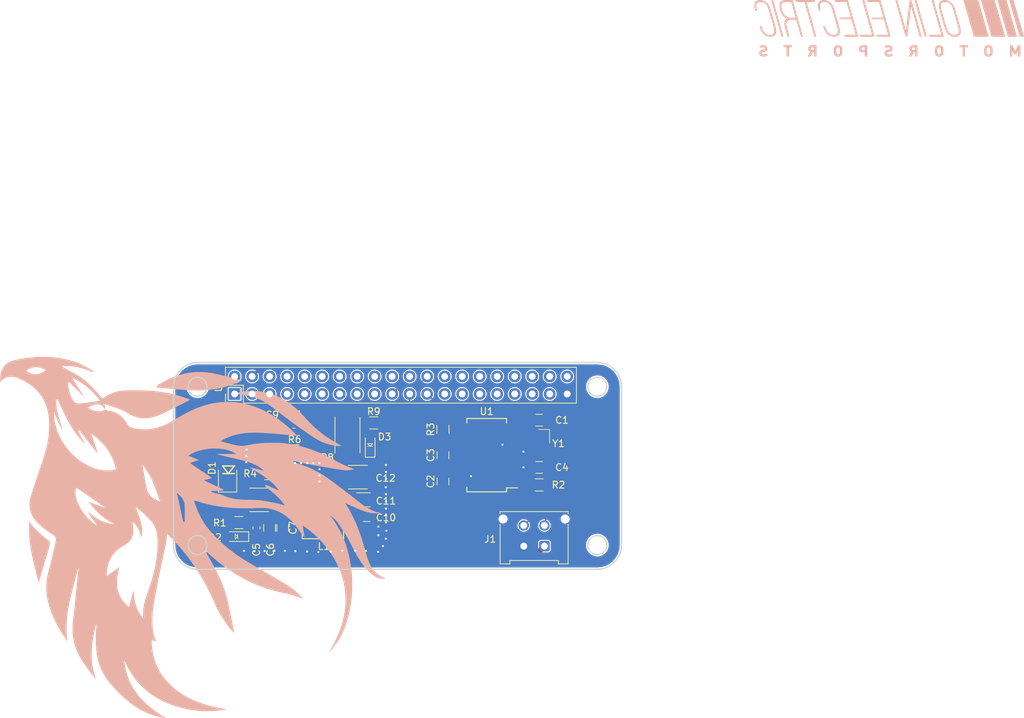
<source format=kicad_pcb>
(kicad_pcb (version 20171130) (host pcbnew 5.1.4-e60b266~84~ubuntu16.04.1)
  (layers (0 F.Cu signal) (31 B.Cu signal) (34 B.Paste user) (35 F.Paste user) (36 B.SilkS user hide) (37 F.SilkS user) (38 B.Mask user) (39 F.Mask user hide) (44 Edge.Cuts user))
  (net 0 "")
  (net 1 GND)
  (net 2 /12V)
  (net 3 VCC)
  (net 4 "Net-(U1-Pad2)")
  (net 5 "Net-(U1-Pad5)")
  (net 6 "Net-(U1-Pad6)")
  (net 7 "Net-(U1-Pad7)")
  (net 8 "Net-(C4-Pad1)")
  (net 9 "Net-(C1-Pad1)")
  (net 10 "Net-(U1-Pad11)")
  (net 11 "Net-(U1-Pad12)")
  (net 12 "Net-(U1-Pad13)")
  (net 13 /SCK)
  (net 14 /MOSI)
  (net 15 /MISO)
  (net 16 /~CS~)
  (net 17 "Net-(R3-Pad1)")
  (net 18 "Net-(U1-Pad20)")
  (net 19 "Net-(U1-Pad21)")
  (net 20 "Net-(U1-Pad22)")
  (net 21 "Net-(U1-Pad23)")
  (net 22 "Net-(U1-Pad25)")
  (net 23 /CANL)
  (net 24 /CANH)
  (net 25 "Net-(U2-Pad1)")
  (net 26 "Net-(U2-Pad2)")
  (net 27 "Net-(U2-Pad3)")
  (net 28 "Net-(U2-Pad5)")
  (net 29 "Net-(U2-Pad6)")
  (net 30 "Net-(U2-Pad7)")
  (net 31 "Net-(U2-Pad8)")
  (net 32 "Net-(U2-Pad9)")
  (net 33 "Net-(U2-Pad10)")
  (net 34 "Net-(U2-Pad11)")
  (net 35 "Net-(U2-Pad12)")
  (net 36 "Net-(U2-Pad13)")
  (net 37 "Net-(U2-Pad14)")
  (net 38 "Net-(U2-Pad15)")
  (net 39 "Net-(U2-Pad16)")
  (net 40 "Net-(U2-Pad17)")
  (net 41 "Net-(U2-Pad18)")
  (net 42 "Net-(U2-Pad20)")
  (net 43 "Net-(U2-Pad22)")
  (net 44 "Net-(U2-Pad25)")
  (net 45 "Net-(U2-Pad26)")
  (net 46 "Net-(U2-Pad27)")
  (net 47 "Net-(U2-Pad28)")
  (net 48 "Net-(U2-Pad29)")
  (net 49 "Net-(U2-Pad30)")
  (net 50 "Net-(U2-Pad31)")
  (net 51 "Net-(U2-Pad32)")
  (net 52 "Net-(U2-Pad33)")
  (net 53 "Net-(U2-Pad34)")
  (net 54 "Net-(U2-Pad35)")
  (net 55 "Net-(U2-Pad36)")
  (net 56 "Net-(U2-Pad37)")
  (net 57 "Net-(U2-Pad38)")
  (net 58 "Net-(U2-Pad40)")
  (net 59 "Net-(C5-Pad1)")
  (net 60 "Net-(C8-Pad1)")
  (net 61 "Net-(C8-Pad2)")
  (net 62 "Net-(C9-Pad2)")
  (net 63 "Net-(C9-Pad1)")
  (net 64 "Net-(C10-Pad1)")
  (net 65 "Net-(D2-Pad2)")
  (net 66 "Net-(D3-Pad2)")
  (net 67 "Net-(R5-Pad1)")
  (module footprints:C_0603_1608Metric (layer F.Cu) (at 138.2903 87.2617)
    (fp_text reference C9 (at 0 -1.43) (layer F.SilkS))
    (fp_text value C_100nF)
    (pad 2 smd roundrect (at 0.7875 0) (size 0.875 0.95) (layers F.Cu F.Paste F.Mask) (net 62 "Net-(C9-Pad2)"))
    (pad 1 smd roundrect (at -0.7875 0) (size 0.875 0.95) (layers F.Cu F.Paste F.Mask) (net 63 "Net-(C9-Pad1)"))
  )
  (module footprints:Fuse_1812_4532Metric (layer F.Cu) (at 136.4068 98.1837)
    (fp_text reference F1 (at 3.8569 -1.3208 -180) (layer F.SilkS))
    (fp_text value F_2.6A_16V)
    (pad 1 smd roundrect (at -2.1375 0) (size 1.125 3.4) (layers F.Cu F.Paste F.Mask) (roundrect_rratio 0.222222) (net 2 /12V))
    (pad 2 smd roundrect (at 2.1375 0) (size 1.125 3.4) (layers F.Cu F.Paste F.Mask) (roundrect_rratio 0.222222) (net 59 "Net-(C5-Pad1)"))
  )
  (module footprints:C_1812_4532Metric (layer F.Cu) (at 150.7363 94.8817)
    (fp_text reference C12 (at 4.0132 0.1524) (layer F.SilkS))
    (fp_text value C_33uF)
    (pad 1 smd roundrect (at -2.1375 0) (size 1.125 3.4) (layers F.Cu F.Paste F.Mask) (roundrect_rratio 0.222222) (net 64 "Net-(C10-Pad1)"))
    (pad 2 smd roundrect (at 2.1375 0) (size 1.125 3.4) (layers F.Cu F.Paste F.Mask) (roundrect_rratio 0.222222) (net 1 GND))
  )
  (module footprints:LED_0805_OEM (layer F.Cu) (at 152.5016 90.1827 90)
    (fp_text reference D3 (at 1.1557 2.1082 180) (layer F.SilkS))
    (fp_text value LED_0805 hide)
    (pad 1 smd rect (at -1.1 0 270) (size 1.2 1.2) (layers F.Cu F.Paste F.Mask) (net 1 GND))
    (pad 2 smd rect (at 1.1 0 270) (size 1.2 1.2) (layers F.Cu F.Paste F.Mask) (net 66 "Net-(D3-Pad2)"))
  )
  (module footprints:C_1206_OEM (layer F.Cu) (at 151.5223 98.1837)
    (fp_text reference C11 (at 3.278 0.1651) (layer F.SilkS))
    (fp_text value C_22uF hide)
    (pad 2 smd rect (at 1.5 0) (size 1 1.6) (layers F.Cu F.Paste F.Mask) (net 1 GND))
    (pad 1 smd rect (at -1.5 0) (size 1 1.6) (layers F.Cu F.Paste F.Mask) (net 64 "Net-(C10-Pad1)"))
  )
  (module footprints:C_0805_OEM (layer F.Cu) (at 152.0063 100.4697)
    (fp_text reference C10 (at 2.794 0.2921) (layer F.SilkS))
    (fp_text value C_10uF hide)
    (pad 1 smd rect (at -1 0) (size 1 1.25) (layers F.Cu F.Paste F.Mask) (net 64 "Net-(C10-Pad1)"))
    (pad 2 smd rect (at 1 0) (size 1 1.25) (layers F.Cu F.Paste F.Mask) (net 1 GND))
  )
  (module footprints:C_0805_OEM (layer F.Cu) (at 139.8143 102.2477 270)
    (fp_text reference C7 (at 0 -1.5 90) (layer F.SilkS))
    (fp_text value C_10uF_25V hide)
    (pad 2 smd rect (at 1 0 270) (size 1 1.25) (layers F.Cu F.Paste F.Mask) (net 1 GND))
    (pad 1 smd rect (at -1 0 270) (size 1 1.25) (layers F.Cu F.Paste F.Mask) (net 59 "Net-(C5-Pad1)"))
  )
  (module footprints:C_0805_OEM (layer F.Cu) (at 137.9093 102.2477 270)
    (fp_text reference C6 (at 3.175 -0.127 90) (layer F.SilkS))
    (fp_text value C_10uF_25V hide)
    (pad 2 smd rect (at 1 0 270) (size 1 1.25) (layers F.Cu F.Paste F.Mask) (net 1 GND))
    (pad 1 smd rect (at -1 0 270) (size 1 1.25) (layers F.Cu F.Paste F.Mask) (net 59 "Net-(C5-Pad1)"))
  )
  (module footprints:C_0603_1608Metric (layer F.Cu) (at 143.1163 95.8977 90)
    (fp_text reference C8 (at -0.8255 1.7907 180) (layer F.SilkS))
    (fp_text value C_0.1uF_0603)
    (pad 2 smd roundrect (at 0.7875 0 90) (size 0.875 0.95) (layers F.Cu F.Paste F.Mask) (net 61 "Net-(C8-Pad2)"))
    (pad 1 smd roundrect (at -0.7875 0 90) (size 0.875 0.95) (layers F.Cu F.Paste F.Mask) (net 60 "Net-(C8-Pad1)"))
  )
  (module footprints:IHLP2020BZER4R7M11 (layer F.Cu) (at 145.6563 100.9777 180)
    (fp_text reference L1 (at -0.127 -3.9624) (layer F.SilkS))
    (fp_text value L_4.7uH_3.2A hide)
    (fp_text user * (at 0 0) (layer F.SilkS))
    (pad 1 smd rect (at -2.032 0 270) (size 2.6924 1.9812) (layers F.Cu F.Paste F.Mask) (net 64 "Net-(C10-Pad1)"))
    (pad 2 smd rect (at 2.032 0 270) (size 2.6924 1.9812) (layers F.Cu F.Paste F.Mask) (net 60 "Net-(C8-Pad1)"))
  )
  (module footprints:DO-214AA (layer F.Cu) (at 131.8133 93.8657 90)
    (fp_text reference D1 (at 0.3 -2.25 90) (layer F.SilkS))
    (fp_text value D_Zener_18V hide)
    (pad 2 smd rect (at 2.032 0 270) (size 1.778 2.159) (layers F.Cu F.Paste F.Mask) (net 1 GND))
    (pad 1 smd rect (at -2.032 0 270) (size 1.778 2.159) (layers F.Cu F.Paste F.Mask) (net 2 /12V))
  )
  (module footprints:R_0603_1608Metric (layer F.Cu) (at 141.4398 87.2617)
    (fp_text reference R7 (at 0 -1.43) (layer F.SilkS))
    (fp_text value R_1)
    (pad 1 smd roundrect (at -0.7875 0) (size 0.875 0.95) (layers F.Cu F.Paste F.Mask) (net 62 "Net-(C9-Pad2)"))
    (pad 2 smd roundrect (at 0.7875 0) (size 0.875 0.95) (layers F.Cu F.Paste F.Mask) (net 64 "Net-(C10-Pad1)"))
  )
  (module footprints:R_2512_OEM (layer F.Cu) (at 149.2123 88.7857 270)
    (fp_text reference R8 (at 3.2512 2.9337 180) (layer F.SilkS))
    (fp_text value R_0_2512 hide)
    (pad 1 smd rect (at -3.1 0 270) (size 1 3.2) (layers F.Cu F.Paste F.Mask) (net 3 VCC))
    (pad 2 smd rect (at 3.1 0 270) (size 1 3.2) (layers F.Cu F.Paste F.Mask) (net 64 "Net-(C10-Pad1)"))
  )
  (module footprints:SOT-563 (layer F.Cu) (at 141.0843 95.9739 270)
    (fp_text reference U3 (at -1.9431 0.0127 180) (layer F.SilkS))
    (fp_text value TPS563231)
    (pad 1 smd rect (at -0.75 -0.5 270) (size 0.7 0.2) (layers F.Cu F.Paste F.Mask) (net 61 "Net-(C8-Pad2)"))
    (pad 3 smd rect (at -0.75 0.5 270) (size 0.7 0.2) (layers F.Cu F.Paste F.Mask) (net 63 "Net-(C9-Pad1)"))
    (pad 6 smd rect (at 0.75 -0.5 270) (size 0.7 0.2) (layers F.Cu F.Paste F.Mask) (net 60 "Net-(C8-Pad1)"))
    (pad 2 smd rect (at -0.75 0 270) (size 0.7 0.2) (layers F.Cu F.Paste F.Mask) (net 1 GND))
    (pad 4 smd rect (at 0.75 0.5 270) (size 0.7 0.2) (layers F.Cu F.Paste F.Mask) (net 59 "Net-(C5-Pad1)"))
    (pad 5 smd rect (at 0.75 0 270) (size 0.7 0.2) (layers F.Cu F.Paste F.Mask) (net 59 "Net-(C5-Pad1)"))
  )
  (module footprints:LED_0805_OEM (layer F.Cu) (at 133.0833 103.5177 180)
    (fp_text reference D2 (at 3.0861 -0.127) (layer F.SilkS))
    (fp_text value LED_0805 hide)
    (pad 2 smd rect (at 1.1 0) (size 1.2 1.2) (layers F.Cu F.Paste F.Mask) (net 65 "Net-(D2-Pad2)"))
    (pad 1 smd rect (at -1.1 0) (size 1.2 1.2) (layers F.Cu F.Paste F.Mask) (net 1 GND))
  )
  (module footprints:R_0805_OEM (layer F.Cu) (at 153.0223 87.0077)
    (fp_text reference R9 (at 0 -1.65) (layer F.SilkS))
    (fp_text value R_200 hide)
    (pad 2 smd rect (at 0.95 0) (size 0.7 1.3) (layers F.Cu F.Paste F.Mask) (net 66 "Net-(D3-Pad2)"))
    (pad 1 smd rect (at -0.95 0) (size 0.7 1.3) (layers F.Cu F.Paste F.Mask) (net 3 VCC))
  )
  (module footprints:C_0603_1608Metric (layer F.Cu) (at 136.0043 102.2477 270)
    (fp_text reference C5 (at 3.175 0 90) (layer F.SilkS))
    (fp_text value C_0.1uF)
    (pad 1 smd roundrect (at -0.7875 0 270) (size 0.875 0.95) (layers F.Cu F.Paste F.Mask) (net 59 "Net-(C5-Pad1)"))
    (pad 2 smd roundrect (at 0.7875 0 270) (size 0.875 0.95) (layers F.Cu F.Paste F.Mask) (net 1 GND))
  )
  (module footprints:R_0805_OEM (layer F.Cu) (at 133.4643 101.4857 180)
    (fp_text reference R1 (at 2.7686 -0.0508) (layer F.SilkS))
    (fp_text value R_1K hide)
    (pad 2 smd rect (at 0.95 0 180) (size 0.7 1.3) (layers F.Cu F.Paste F.Mask) (net 65 "Net-(D2-Pad2)"))
    (pad 1 smd rect (at -0.95 0 180) (size 0.7 1.3) (layers F.Cu F.Paste F.Mask) (net 59 "Net-(C5-Pad1)"))
  )
  (module footprints:R_0805_OEM (layer F.Cu) (at 138.684 91.6178 270)
    (fp_text reference R5 (at 0.8255 2.0701 180) (layer F.SilkS))
    (fp_text value R_51.1K hide)
    (pad 2 smd rect (at 0.95 0 270) (size 0.7 1.3) (layers F.Cu F.Paste F.Mask) (net 63 "Net-(C9-Pad1)"))
    (pad 1 smd rect (at -0.95 0 270) (size 0.7 1.3) (layers F.Cu F.Paste F.Mask) (net 67 "Net-(R5-Pad1)"))
  )
  (module footprints:R_0805_OEM (layer F.Cu) (at 141.5923 91.0717 180)
    (fp_text reference R6 (at 0.0381 1.6637) (layer F.SilkS))
    (fp_text value R_22K hide)
    (pad 1 smd rect (at -0.95 0 180) (size 0.7 1.3) (layers F.Cu F.Paste F.Mask) (net 64 "Net-(C10-Pad1)"))
    (pad 2 smd rect (at 0.95 0 180) (size 0.7 1.3) (layers F.Cu F.Paste F.Mask) (net 67 "Net-(R5-Pad1)"))
  )
  (module footprints:R_0805_OEM (layer F.Cu) (at 137.7823 94.3737 180)
    (fp_text reference R4 (at 2.6924 0) (layer F.SilkS))
    (fp_text value R_10K hide)
    (pad 2 smd rect (at 0.95 0 180) (size 0.7 1.3) (layers F.Cu F.Paste F.Mask) (net 1 GND))
    (pad 1 smd rect (at -0.95 0 180) (size 0.7 1.3) (layers F.Cu F.Paste F.Mask) (net 63 "Net-(C9-Pad1)"))
  )
  (module footprints:C_0805_OEM (layer F.Cu) (at 177.038 93.472 180)
    (fp_text reference C4 (at -3.302 0 180) (layer F.SilkS))
    (fp_text value C_30pF hide)
    (pad 1 smd rect (at -1 0 180) (size 1 1.25) (layers F.Cu F.Paste F.Mask) (net 8 "Net-(C4-Pad1)"))
    (pad 2 smd rect (at 1 0 180) (size 1 1.25) (layers F.Cu F.Paste F.Mask) (net 1 GND))
  )
  (module footprints:MicroFit_VT_4 (layer F.Cu) (at 177.8 104.902 180)
    (fp_text reference J1 (at 7.874 1.016 180) (layer F.SilkS))
    (fp_text value MicroFit_VT_4)
    (pad "" np_thru_hole circle (at -3 3.94 180) (size 1 1) (drill 1) (layers *.Cu *.Mask))
    (pad "" np_thru_hole circle (at 6 3.94 180) (size 1 1) (drill 1) (layers *.Cu *.Mask))
    (pad 1 thru_hole roundrect (at 0 0 180) (size 1.5 1.5) (drill 1) (layers *.Cu *.Mask) (roundrect_rratio 0.166667) (net 2 /12V))
    (pad 2 thru_hole circle (at 3 0 180) (size 1.5 1.5) (drill 1) (layers *.Cu *.Mask) (net 1 GND))
    (pad 3 thru_hole circle (at 0 3 180) (size 1.5 1.5) (drill 1) (layers *.Cu *.Mask) (net 24 /CANH))
    (pad 4 thru_hole circle (at 3 3 180) (size 1.5 1.5) (drill 1) (layers *.Cu *.Mask) (net 23 /CANL))
  )
  (module footprints:Logo_Large (layer B.Cu) (at 227.838 29.718 180)
    (fp_text reference G*** hide)
    (fp_text value LOGO hide)
  )
  (module footprints:phoenix (layer B.Cu) (at 126.746 103.632 180)
    (fp_text reference G*** hide)
    (fp_text value LOGO hide)
  )
  (module Package_SO:SSOP-28_5.3x10.2mm_P0.65mm (layer F.Cu) (at 169.418 91.694 180)
    (fp_text reference U1 (at 0 6.35) (layer F.SilkS))
    (fp_text value MCP25625-x-SS)
    (pad 1 smd rect (at -3.6 -4.225 180) (size 1.75 0.45) (layers F.Cu F.Paste F.Mask) (net 3 VCC))
    (pad 2 smd rect (at -3.6 -3.575 180) (size 1.75 0.45) (layers F.Cu F.Paste F.Mask) (net 4 "Net-(U1-Pad2)"))
    (pad 3 smd rect (at -3.6 -2.925 180) (size 1.75 0.45) (layers F.Cu F.Paste F.Mask) (net 23 /CANL))
    (pad 4 smd rect (at -3.6 -2.275 180) (size 1.75 0.45) (layers F.Cu F.Paste F.Mask) (net 24 /CANH))
    (pad 5 smd rect (at -3.6 -1.625 180) (size 1.75 0.45) (layers F.Cu F.Paste F.Mask) (net 5 "Net-(U1-Pad5)"))
    (pad 6 smd rect (at -3.6 -0.975 180) (size 1.75 0.45) (layers F.Cu F.Paste F.Mask) (net 6 "Net-(U1-Pad6)"))
    (pad 7 smd rect (at -3.6 -0.325 180) (size 1.75 0.45) (layers F.Cu F.Paste F.Mask) (net 7 "Net-(U1-Pad7)"))
    (pad 8 smd rect (at -3.6 0.325 180) (size 1.75 0.45) (layers F.Cu F.Paste F.Mask) (net 8 "Net-(C4-Pad1)"))
    (pad 9 smd rect (at -3.6 0.975 180) (size 1.75 0.45) (layers F.Cu F.Paste F.Mask) (net 9 "Net-(C1-Pad1)"))
    (pad 10 smd rect (at -3.6 1.625 180) (size 1.75 0.45) (layers F.Cu F.Paste F.Mask) (net 1 GND))
    (pad 11 smd rect (at -3.6 2.275 180) (size 1.75 0.45) (layers F.Cu F.Paste F.Mask) (net 10 "Net-(U1-Pad11)"))
    (pad 12 smd rect (at -3.6 2.925 180) (size 1.75 0.45) (layers F.Cu F.Paste F.Mask) (net 11 "Net-(U1-Pad12)"))
    (pad 13 smd rect (at -3.6 3.575 180) (size 1.75 0.45) (layers F.Cu F.Paste F.Mask) (net 12 "Net-(U1-Pad13)"))
    (pad 14 smd rect (at -3.6 4.225 180) (size 1.75 0.45) (layers F.Cu F.Paste F.Mask) (net 13 /SCK))
    (pad 15 smd rect (at 3.6 4.225 180) (size 1.75 0.45) (layers F.Cu F.Paste F.Mask) (net 14 /MOSI))
    (pad 16 smd rect (at 3.6 3.575 180) (size 1.75 0.45) (layers F.Cu F.Paste F.Mask) (net 15 /MISO))
    (pad 17 smd rect (at 3.6 2.925 180) (size 1.75 0.45) (layers F.Cu F.Paste F.Mask) (net 16 /~CS~))
    (pad 18 smd rect (at 3.6 2.275 180) (size 1.75 0.45) (layers F.Cu F.Paste F.Mask) (net 17 "Net-(R3-Pad1)"))
    (pad 19 smd rect (at 3.6 1.625 180) (size 1.75 0.45) (layers F.Cu F.Paste F.Mask) (net 3 VCC))
    (pad 20 smd rect (at 3.6 0.975 180) (size 1.75 0.45) (layers F.Cu F.Paste F.Mask) (net 18 "Net-(U1-Pad20)"))
    (pad 21 smd rect (at 3.6 0.325 180) (size 1.75 0.45) (layers F.Cu F.Paste F.Mask) (net 19 "Net-(U1-Pad21)"))
    (pad 22 smd rect (at 3.6 -0.325 180) (size 1.75 0.45) (layers F.Cu F.Paste F.Mask) (net 20 "Net-(U1-Pad22)"))
    (pad 23 smd rect (at 3.6 -0.975 180) (size 1.75 0.45) (layers F.Cu F.Paste F.Mask) (net 21 "Net-(U1-Pad23)"))
    (pad 24 smd rect (at 3.6 -1.625 180) (size 1.75 0.45) (layers F.Cu F.Paste F.Mask) (net 18 "Net-(U1-Pad20)"))
    (pad 25 smd rect (at 3.6 -2.275 180) (size 1.75 0.45) (layers F.Cu F.Paste F.Mask) (net 22 "Net-(U1-Pad25)"))
    (pad 26 smd rect (at 3.6 -2.925 180) (size 1.75 0.45) (layers F.Cu F.Paste F.Mask) (net 1 GND))
    (pad 27 smd rect (at 3.6 -3.575 180) (size 1.75 0.45) (layers F.Cu F.Paste F.Mask) (net 3 VCC))
    (pad 28 smd rect (at 3.6 -4.225 180) (size 1.75 0.45) (layers F.Cu F.Paste F.Mask) (net 19 "Net-(U1-Pad21)"))
  )
  (module footprints:C_0805_OEM (layer F.Cu) (at 177.022 86.614)
    (fp_text reference C1 (at 3.318 0 180) (layer F.SilkS))
    (fp_text value C_30pF hide)
    (pad 2 smd rect (at 1 0) (size 1 1.25) (layers F.Cu F.Paste F.Mask) (net 1 GND))
    (pad 1 smd rect (at -1 0) (size 1 1.25) (layers F.Cu F.Paste F.Mask) (net 9 "Net-(C1-Pad1)"))
  )
  (module footprints:C_0805_OEM (layer F.Cu) (at 163.068 95.52 90)
    (fp_text reference C2 (at 0.016 -1.778 90) (layer F.SilkS))
    (fp_text value C_0.1uF hide)
    (pad 1 smd rect (at -1 0 90) (size 1 1.25) (layers F.Cu F.Paste F.Mask) (net 3 VCC))
    (pad 2 smd rect (at 1 0 90) (size 1 1.25) (layers F.Cu F.Paste F.Mask) (net 1 GND))
  )
  (module footprints:C_0805_OEM (layer F.Cu) (at 163.068 91.694 270)
    (fp_text reference C3 (at 0 1.778 90) (layer F.SilkS))
    (fp_text value C_100pF hide)
    (pad 2 smd rect (at 1 0 270) (size 1 1.25) (layers F.Cu F.Paste F.Mask) (net 1 GND))
    (pad 1 smd rect (at -1 0 270) (size 1 1.25) (layers F.Cu F.Paste F.Mask) (net 3 VCC))
  )
  (module footprints:R_0805_OEM (layer F.Cu) (at 177.038 96.012 180)
    (fp_text reference R2 (at -2.794 0) (layer F.SilkS))
    (fp_text value R_120_DNP hide)
    (pad 1 smd rect (at -0.95 0 180) (size 0.7 1.3) (layers F.Cu F.Paste F.Mask) (net 24 /CANH))
    (pad 2 smd rect (at 0.95 0 180) (size 0.7 1.3) (layers F.Cu F.Paste F.Mask) (net 23 /CANL))
  )
  (module footprints:R_0805_OEM (layer F.Cu) (at 163.068 87.95 270)
    (fp_text reference R3 (at 0 1.778 90) (layer F.SilkS))
    (fp_text value R_10K hide)
    (pad 2 smd rect (at 0.95 0 270) (size 0.7 1.3) (layers F.Cu F.Paste F.Mask) (net 3 VCC))
    (pad 1 smd rect (at -0.95 0 270) (size 0.7 1.3) (layers F.Cu F.Paste F.Mask) (net 17 "Net-(R3-Pad1)"))
  )
  (module footprints:Crystal_SMD_FA238 (layer F.Cu) (at 176.949 89.959 270)
    (fp_text reference Y1 (at 0.043 -2.883 180) (layer F.SilkS))
    (fp_text value Crystal_SMD hide)
    (pad 1 smd rect (at -1.1 0.8 270) (size 1.4 1.2) (layers F.Cu F.Mask) (net 9 "Net-(C1-Pad1)"))
    (pad 2 smd rect (at 1.1 0.8 270) (size 1.4 1.2) (layers F.Cu F.Mask) (net 1 GND))
    (pad 3 smd rect (at 1.1 -0.8 270) (size 1.4 1.2) (layers F.Cu F.Mask) (net 8 "Net-(C4-Pad1)"))
    (pad 4 smd rect (at -1.1 -0.8 270) (size 1.4 1.2) (layers F.Cu F.Mask) (net 1 GND))
  )
  (module footprints:PinHeader_2x20_P2.54mm_Vertical (layer F.Cu) (at 132.842 82.804 90)
    (fp_text reference U2 (at 1.27 -2.33 90) (layer F.SilkS))
    (fp_text value Raspberry_Pi_Zero)
    (pad 1 thru_hole rect (at 0 0 90) (size 1.7 1.7) (drill 1) (layers *.Cu *.Mask) (net 25 "Net-(U2-Pad1)"))
    (pad 2 thru_hole oval (at 2.54 0 90) (size 1.7 1.7) (drill 1) (layers *.Cu *.Mask) (net 26 "Net-(U2-Pad2)"))
    (pad 3 thru_hole oval (at 0 2.54 90) (size 1.7 1.7) (drill 1) (layers *.Cu *.Mask) (net 27 "Net-(U2-Pad3)"))
    (pad 4 thru_hole oval (at 2.54 2.54 90) (size 1.7 1.7) (drill 1) (layers *.Cu *.Mask) (net 3 VCC))
    (pad 5 thru_hole oval (at 0 5.08 90) (size 1.7 1.7) (drill 1) (layers *.Cu *.Mask) (net 28 "Net-(U2-Pad5)"))
    (pad 6 thru_hole oval (at 2.54 5.08 90) (size 1.7 1.7) (drill 1) (layers *.Cu *.Mask) (net 29 "Net-(U2-Pad6)"))
    (pad 7 thru_hole oval (at 0 7.62 90) (size 1.7 1.7) (drill 1) (layers *.Cu *.Mask) (net 30 "Net-(U2-Pad7)"))
    (pad 8 thru_hole oval (at 2.54 7.62 90) (size 1.7 1.7) (drill 1) (layers *.Cu *.Mask) (net 31 "Net-(U2-Pad8)"))
    (pad 9 thru_hole oval (at 0 10.16 90) (size 1.7 1.7) (drill 1) (layers *.Cu *.Mask) (net 32 "Net-(U2-Pad9)"))
    (pad 10 thru_hole oval (at 2.54 10.16 90) (size 1.7 1.7) (drill 1) (layers *.Cu *.Mask) (net 33 "Net-(U2-Pad10)"))
    (pad 11 thru_hole oval (at 0 12.7 90) (size 1.7 1.7) (drill 1) (layers *.Cu *.Mask) (net 34 "Net-(U2-Pad11)"))
    (pad 12 thru_hole oval (at 2.54 12.7 90) (size 1.7 1.7) (drill 1) (layers *.Cu *.Mask) (net 35 "Net-(U2-Pad12)"))
    (pad 13 thru_hole oval (at 0 15.24 90) (size 1.7 1.7) (drill 1) (layers *.Cu *.Mask) (net 36 "Net-(U2-Pad13)"))
    (pad 14 thru_hole oval (at 2.54 15.24 90) (size 1.7 1.7) (drill 1) (layers *.Cu *.Mask) (net 37 "Net-(U2-Pad14)"))
    (pad 15 thru_hole oval (at 0 17.78 90) (size 1.7 1.7) (drill 1) (layers *.Cu *.Mask) (net 38 "Net-(U2-Pad15)"))
    (pad 16 thru_hole oval (at 2.54 17.78 90) (size 1.7 1.7) (drill 1) (layers *.Cu *.Mask) (net 39 "Net-(U2-Pad16)"))
    (pad 17 thru_hole oval (at 0 20.32 90) (size 1.7 1.7) (drill 1) (layers *.Cu *.Mask) (net 40 "Net-(U2-Pad17)"))
    (pad 18 thru_hole oval (at 2.54 20.32 90) (size 1.7 1.7) (drill 1) (layers *.Cu *.Mask) (net 41 "Net-(U2-Pad18)"))
    (pad 19 thru_hole oval (at 0 22.86 90) (size 1.7 1.7) (drill 1) (layers *.Cu *.Mask) (net 14 /MOSI))
    (pad 20 thru_hole oval (at 2.54 22.86 90) (size 1.7 1.7) (drill 1) (layers *.Cu *.Mask) (net 42 "Net-(U2-Pad20)"))
    (pad 21 thru_hole oval (at 0 25.4 90) (size 1.7 1.7) (drill 1) (layers *.Cu *.Mask) (net 15 /MISO))
    (pad 22 thru_hole oval (at 2.54 25.4 90) (size 1.7 1.7) (drill 1) (layers *.Cu *.Mask) (net 43 "Net-(U2-Pad22)"))
    (pad 23 thru_hole oval (at 0 27.94 90) (size 1.7 1.7) (drill 1) (layers *.Cu *.Mask) (net 13 /SCK))
    (pad 24 thru_hole oval (at 2.54 27.94 90) (size 1.7 1.7) (drill 1) (layers *.Cu *.Mask) (net 16 /~CS~))
    (pad 25 thru_hole oval (at 0 30.48 90) (size 1.7 1.7) (drill 1) (layers *.Cu *.Mask) (net 44 "Net-(U2-Pad25)"))
    (pad 26 thru_hole oval (at 2.54 30.48 90) (size 1.7 1.7) (drill 1) (layers *.Cu *.Mask) (net 45 "Net-(U2-Pad26)"))
    (pad 27 thru_hole oval (at 0 33.02 90) (size 1.7 1.7) (drill 1) (layers *.Cu *.Mask) (net 46 "Net-(U2-Pad27)"))
    (pad 28 thru_hole oval (at 2.54 33.02 90) (size 1.7 1.7) (drill 1) (layers *.Cu *.Mask) (net 47 "Net-(U2-Pad28)"))
    (pad 29 thru_hole oval (at 0 35.56 90) (size 1.7 1.7) (drill 1) (layers *.Cu *.Mask) (net 48 "Net-(U2-Pad29)"))
    (pad 30 thru_hole oval (at 2.54 35.56 90) (size 1.7 1.7) (drill 1) (layers *.Cu *.Mask) (net 49 "Net-(U2-Pad30)"))
    (pad 31 thru_hole oval (at 0 38.1 90) (size 1.7 1.7) (drill 1) (layers *.Cu *.Mask) (net 50 "Net-(U2-Pad31)"))
    (pad 32 thru_hole oval (at 2.54 38.1 90) (size 1.7 1.7) (drill 1) (layers *.Cu *.Mask) (net 51 "Net-(U2-Pad32)"))
    (pad 33 thru_hole oval (at 0 40.64 90) (size 1.7 1.7) (drill 1) (layers *.Cu *.Mask) (net 52 "Net-(U2-Pad33)"))
    (pad 34 thru_hole oval (at 2.54 40.64 90) (size 1.7 1.7) (drill 1) (layers *.Cu *.Mask) (net 53 "Net-(U2-Pad34)"))
    (pad 35 thru_hole oval (at 0 43.18 90) (size 1.7 1.7) (drill 1) (layers *.Cu *.Mask) (net 54 "Net-(U2-Pad35)"))
    (pad 36 thru_hole oval (at 2.54 43.18 90) (size 1.7 1.7) (drill 1) (layers *.Cu *.Mask) (net 55 "Net-(U2-Pad36)"))
    (pad 37 thru_hole oval (at 0 45.72 90) (size 1.7 1.7) (drill 1) (layers *.Cu *.Mask) (net 56 "Net-(U2-Pad37)"))
    (pad 38 thru_hole oval (at 2.54 45.72 90) (size 1.7 1.7) (drill 1) (layers *.Cu *.Mask) (net 57 "Net-(U2-Pad38)"))
    (pad 39 thru_hole oval (at 0 48.26 90) (size 1.7 1.7) (drill 1) (layers *.Cu *.Mask) (net 1 GND))
    (pad 40 thru_hole oval (at 2.54 48.26 90) (size 1.7 1.7) (drill 1) (layers *.Cu *.Mask) (net 58 "Net-(U2-Pad40)"))
  )
  (gr_line (start 123.97588 104.75244) (end 123.97588 81.75244) (layer Edge.Cuts) (width 0.2))
  (gr_circle (center 185.47588 104.75244) (end 186.85088 104.75244) (layer Edge.Cuts) (width 0.2))
  (gr_arc (start 127.47588 104.75244) (end 123.97588 104.75244) (angle -90) (layer Edge.Cuts) (width 0.2))
  (gr_line (start 127.47588 108.25244) (end 185.47588 108.25244) (layer Edge.Cuts) (width 0.2))
  (gr_line (start 127.47588 78.25244) (end 185.47588 78.25244) (layer Edge.Cuts) (width 0.2))
  (gr_circle (center 127.47588 104.75244) (end 128.85088 104.75244) (layer Edge.Cuts) (width 0.2))
  (gr_arc (start 127.47588 81.75244) (end 127.47588 78.25244) (angle -90) (layer Edge.Cuts) (width 0.2))
  (gr_circle (center 127.47588 81.75244) (end 128.85088 81.75244) (layer Edge.Cuts) (width 0.2))
  (gr_circle (center 185.47588 81.75244) (end 186.85088 81.75244) (layer Edge.Cuts) (width 0.2))
  (gr_line (start 188.97588 104.75244) (end 188.97588 81.75244) (layer Edge.Cuts) (width 0.2))
  (gr_arc (start 185.47588 104.75244) (end 185.47588 108.25244) (angle -90) (layer Edge.Cuts) (width 0.2))
  (gr_arc (start 185.47588 81.75244) (end 188.97588 81.75244) (angle -90) (layer Edge.Cuts) (width 0.2))
  (segment (start 142.6083 92.8497) (end 142.4813 92.8497) (width 0.1524) (layer F.Cu) (net 1))
  (segment (start 143.4973 92.8497) (end 143.3703 92.8497) (width 0.1524) (layer F.Cu) (net 1))
  (via (at 154.813 98.425) (size 0.6096) (drill 0.3048) (layers F.Cu B.Cu) (net 1))
  (via (at 154.8003 99.4537) (size 0.6096) (drill 0.3048) (layers F.Cu B.Cu) (net 1))
  (via (at 154.813 100.4316) (size 0.6096) (drill 0.3048) (layers F.Cu B.Cu) (net 1))
  (via (at 154.8003 101.4603) (size 0.6096) (drill 0.3048) (layers F.Cu B.Cu) (net 1))
  (via (at 154.8638 102.6541) (size 0.6096) (drill 0.3048) (layers F.Cu B.Cu) (net 1))
  (via (at 148.463 105.5624) (size 0.6096) (drill 0.3048) (layers F.Cu B.Cu) (net 1))
  (via (at 150.3426 105.5751) (size 0.6096) (drill 0.3048) (layers F.Cu B.Cu) (net 1))
  (via (at 153.6954 103.3145) (size 0.6096) (drill 0.3048) (layers F.Cu B.Cu) (net 1))
  (via (at 145.1483 92.8497) (size 0.6096) (drill 0.3048) (layers F.Cu B.Cu) (net 1))
  (via (at 145.1483 93.7387) (size 0.6096) (drill 0.3048) (layers F.Cu B.Cu) (net 1))
  (via (at 145.1483 95.5167) (size 0.6096) (drill 0.3048) (layers F.Cu B.Cu) (net 1))
  (via (at 144.2593 92.8497) (size 0.6096) (drill 0.3048) (layers F.Cu B.Cu) (net 1))
  (via (at 143.3703 92.8497) (size 0.6096) (drill 0.3048) (layers F.Cu B.Cu) (net 1))
  (via (at 142.4813 92.8497) (size 0.6096) (drill 0.3048) (layers F.Cu B.Cu) (net 1))
  (via (at 143.3576 105.6767) (size 0.6096) (drill 0.3048) (layers F.Cu B.Cu) (net 1))
  (via (at 144.9959 105.7402) (size 0.6096) (drill 0.3048) (layers F.Cu B.Cu) (net 1))
  (via (at 146.7866 105.6894) (size 0.6096) (drill 0.3048) (layers F.Cu B.Cu) (net 1))
  (via (at 154.3558 104.902) (size 0.6096) (drill 0.3048) (layers F.Cu B.Cu) (net 1))
  (via (at 151.9174 105.5751) (size 0.6096) (drill 0.3048) (layers F.Cu B.Cu) (net 1))
  (via (at 135.7249 105.6259) (size 0.6096) (drill 0.3048) (layers F.Cu B.Cu) (net 1))
  (via (at 137.1981 105.6005) (size 0.6096) (drill 0.3048) (layers F.Cu B.Cu) (net 1))
  (via (at 138.6205 105.5497) (size 0.6096) (drill 0.3048) (layers F.Cu B.Cu) (net 1))
  (via (at 140.1445 105.5751) (size 0.6096) (drill 0.3048) (layers F.Cu B.Cu) (net 1))
  (via (at 154.7749 103.8225) (size 0.6096) (drill 0.3048) (layers F.Cu B.Cu) (net 1))
  (via (at 153.67 105.7275) (size 0.6096) (drill 0.3048) (layers F.Cu B.Cu) (net 1))
  (via (at 141.5923 92.8497) (size 0.6096) (drill 0.3048) (layers F.Cu B.Cu) (net 1))
  (via (at 153.7081 102.0699) (size 0.6096) (drill 0.3048) (layers F.Cu B.Cu) (net 1))
  (via (at 134.2009 105.5751) (size 0.6096) (drill 0.3048) (layers F.Cu B.Cu) (net 1))
  (via (at 154.8003 93.1037) (size 0.6096) (drill 0.3048) (layers F.Cu B.Cu) (net 1))
  (via (at 154.8003 94.1197) (size 0.6096) (drill 0.3048) (layers F.Cu B.Cu) (net 1))
  (via (at 154.8003 95.1357) (size 0.6096) (drill 0.3048) (layers F.Cu B.Cu) (net 1))
  (via (at 154.7749 96.3549) (size 0.6096) (drill 0.3048) (layers F.Cu B.Cu) (net 1))
  (via (at 154.8003 97.3582) (size 0.6096) (drill 0.3048) (layers F.Cu B.Cu) (net 1))
  (via (at 141.6558 105.6259) (size 0.6096) (drill 0.3048) (layers F.Cu B.Cu) (net 1))
  (via (at 145.1483 94.6277) (size 0.6096) (drill 0.3048) (layers F.Cu B.Cu) (net 1))
  (segment (start 136.8323 94.3737) (end 136.8323 94.0737) (width 0.381) (layer F.Cu) (net 1))
  (via (at 134.5311 92.7227) (size 0.6096) (drill 0.3048) (layers F.Cu B.Cu) (net 1))
  (via (at 134.5438 91.821) (size 0.6096) (drill 0.3048) (layers F.Cu B.Cu) (net 1))
  (via (at 134.5819 90.8685) (size 0.6096) (drill 0.3048) (layers F.Cu B.Cu) (net 1))
  (segment (start 141.0843 93.3577) (end 141.5923 92.8497) (width 0.254) (layer F.Cu) (net 1))
  (segment (start 141.0843 95.2239) (end 141.0843 93.3577) (width 0.254) (layer F.Cu) (net 1))
  (segment (start 165.564 94.619) (end 163.167 94.619) (width 0.1524) (layer F.Cu) (net 1))
  (segment (start 176.149 90.559) (end 177.749 88.959) (width 0.1524) (layer F.Cu) (net 1))
  (segment (start 176.149 91.059) (end 176.149 90.559) (width 0.1524) (layer F.Cu) (net 1))
  (segment (start 177.749 86.887) (end 178.022 86.614) (width 0.1524) (layer F.Cu) (net 1))
  (segment (start 177.749 88.859) (end 177.749 86.887) (width 0.1524) (layer F.Cu) (net 1))
  (via (at 174.752 91.186) (size 0.6096) (drill 0.3048) (layers F.Cu B.Cu) (net 1))
  (segment (start 174.879 91.059) (end 174.752 91.186) (width 0.1524) (layer F.Cu) (net 1))
  (segment (start 176.149 91.059) (end 174.879 91.059) (width 0.1524) (layer F.Cu) (net 1))
  (via (at 174.752 93.472) (size 0.6096) (drill 0.3048) (layers F.Cu B.Cu) (net 1))
  (segment (start 176.038 93.472) (end 174.752 93.472) (width 0.1524) (layer F.Cu) (net 1))
  (segment (start 163.068 93.3464) (end 163.068 94.52) (width 0.1524) (layer F.Cu) (net 1))
  (segment (start 163.068 92.694) (end 163.068 93.3464) (width 0.1524) (layer F.Cu) (net 1))
  (segment (start 171.805 90.069) (end 171.704 90.17) (width 0.1524) (layer F.Cu) (net 1))
  (via (at 171.704 90.17) (size 0.6096) (drill 0.3048) (layers F.Cu B.Cu) (net 1))
  (segment (start 173.018 90.069) (end 171.805 90.069) (width 0.1524) (layer F.Cu) (net 1))
  (via (at 167.132 94.742) (size 0.6096) (drill 0.3048) (layers F.Cu B.Cu) (net 1))
  (segment (start 167.009 94.619) (end 167.132 94.742) (width 0.1524) (layer F.Cu) (net 1))
  (segment (start 165.818 94.619) (end 167.009 94.619) (width 0.1524) (layer F.Cu) (net 1))
  (segment (start 131.8133 95.8977) (end 131.8133 97.1677) (width 0.381) (layer F.Cu) (net 2))
  (segment (start 131.8133 95.8977) (end 131.8133 97.4867) (width 0.7) (layer F.Cu) (net 2))
  (segment (start 131.8133 97.4867) (end 130.1623 99.1377) (width 0.7) (layer F.Cu) (net 2))
  (segment (start 130.1623 99.1377) (end 130.1623 103.801022) (width 0.7) (layer F.Cu) (net 2))
  (segment (start 175.7934 106.9086) (end 177.8 104.902) (width 0.762) (layer F.Cu) (net 2))
  (segment (start 130.1623 104.7877) (end 130.2385 104.7877) (width 0.762) (layer F.Cu) (net 2))
  (segment (start 130.2385 104.7877) (end 132.3594 106.9086) (width 0.762) (layer F.Cu) (net 2))
  (segment (start 130.1623 103.978822) (end 130.1623 104.7877) (width 0.7) (layer F.Cu) (net 2))
  (segment (start 132.3594 106.9086) (end 175.7934 106.9086) (width 0.762) (layer F.Cu) (net 2))
  (segment (start 164.444 95.269) (end 164.689 95.269) (width 0.254) (layer F.Cu) (net 3))
  (segment (start 163.068 96.52) (end 163.193 96.52) (width 0.254) (layer F.Cu) (net 3))
  (segment (start 162.163599 95.740599) (end 162.943 96.52) (width 0.254) (layer F.Cu) (net 3))
  (segment (start 162.943 96.52) (end 163.068 96.52) (width 0.254) (layer F.Cu) (net 3))
  (segment (start 162.163599 91.473401) (end 162.163599 95.740599) (width 0.254) (layer F.Cu) (net 3))
  (segment (start 162.943 90.694) (end 162.163599 91.473401) (width 0.254) (layer F.Cu) (net 3))
  (segment (start 163.068 90.694) (end 162.943 90.694) (width 0.254) (layer F.Cu) (net 3))
  (segment (start 164.689 95.269) (end 165.818 95.269) (width 0.254) (layer F.Cu) (net 3))
  (segment (start 163.193 96.52) (end 164.444 95.269) (width 0.254) (layer F.Cu) (net 3))
  (segment (start 173.018 96.398) (end 173.018 95.919) (width 0.254) (layer F.Cu) (net 3))
  (segment (start 172.896 96.52) (end 173.018 96.398) (width 0.254) (layer F.Cu) (net 3))
  (segment (start 163.068 96.52) (end 172.896 96.52) (width 0.254) (layer F.Cu) (net 3))
  (segment (start 162.037 88.9) (end 163.068 88.9) (width 0.381) (layer F.Cu) (net 3))
  (segment (start 164.074 90.694) (end 164.616901 90.151099) (width 0.381) (layer F.Cu) (net 3))
  (segment (start 163.068 90.694) (end 164.074 90.694) (width 0.381) (layer F.Cu) (net 3))
  (segment (start 165.735901 90.151099) (end 165.818 90.069) (width 0.381) (layer F.Cu) (net 3))
  (segment (start 164.616901 90.151099) (end 165.735901 90.151099) (width 0.381) (layer F.Cu) (net 3))
  (segment (start 163.068 88.9) (end 163.068 90.694) (width 0.381) (layer F.Cu) (net 3))
  (segment (start 136.652 78.994) (end 135.382 80.264) (width 0.381) (layer F.Cu) (net 3))
  (segment (start 153.657494 78.994) (end 136.652 78.994) (width 0.381) (layer F.Cu) (net 3))
  (segment (start 163.068 88.9) (end 160.032506 88.9) (width 0.381) (layer F.Cu) (net 3))
  (segment (start 154.509099 79.845605) (end 153.657494 78.994) (width 0.381) (layer F.Cu) (net 3))
  (segment (start 160.032506 88.9) (end 154.509099 83.376593) (width 0.381) (layer F.Cu) (net 3))
  (segment (start 154.509099 83.376593) (end 154.509099 79.845605) (width 0.381) (layer F.Cu) (net 3))
  (segment (start 154.509099 84.524901) (end 154.509099 83.376593) (width 0.381) (layer F.Cu) (net 3))
  (segment (start 149.2123 85.6857) (end 153.3483 85.6857) (width 0.381) (layer F.Cu) (net 3))
  (segment (start 153.3483 85.6857) (end 154.509099 84.524901) (width 0.381) (layer F.Cu) (net 3))
  (segment (start 149.9997 87.0077) (end 149.2123 86.2203) (width 0.381) (layer F.Cu) (net 3))
  (segment (start 152.0723 87.0077) (end 149.9997 87.0077) (width 0.381) (layer F.Cu) (net 3))
  (segment (start 149.2123 86.2203) (end 149.2123 85.6857) (width 0.381) (layer F.Cu) (net 3))
  (segment (start 173.127 91.478) (end 173.018 91.369) (width 0.1524) (layer F.Cu) (net 8))
  (segment (start 178.038 91.348) (end 177.749 91.059) (width 0.1524) (layer F.Cu) (net 8))
  (segment (start 178.038 93.472) (end 178.038 91.348) (width 0.1524) (layer F.Cu) (net 8))
  (segment (start 177.749 91.9114) (end 177.4584 92.202) (width 0.1524) (layer F.Cu) (net 8))
  (segment (start 177.749 91.059) (end 177.749 91.9114) (width 0.1524) (layer F.Cu) (net 8))
  (segment (start 174.0454 91.369) (end 173.018 91.369) (width 0.1524) (layer F.Cu) (net 8))
  (segment (start 174.8784 92.202) (end 174.0454 91.369) (width 0.1524) (layer F.Cu) (net 8))
  (segment (start 177.4584 92.202) (end 174.8784 92.202) (width 0.1524) (layer F.Cu) (net 8))
  (segment (start 176.022 88.732) (end 176.149 88.859) (width 0.1524) (layer F.Cu) (net 9))
  (segment (start 176.022 86.614) (end 176.022 88.732) (width 0.1524) (layer F.Cu) (net 9))
  (segment (start 176.149 88.959) (end 176.149 88.859) (width 0.1524) (layer F.Cu) (net 9))
  (segment (start 174.389 90.719) (end 176.149 88.959) (width 0.1524) (layer F.Cu) (net 9))
  (segment (start 173.018 90.719) (end 174.389 90.719) (width 0.1524) (layer F.Cu) (net 9))
  (segment (start 161.631999 83.653999) (end 160.782 82.804) (width 0.1524) (layer F.Cu) (net 13))
  (segment (start 161.860601 83.882601) (end 161.631999 83.653999) (width 0.1524) (layer F.Cu) (net 13))
  (segment (start 169.809001 83.882601) (end 161.860601 83.882601) (width 0.1524) (layer F.Cu) (net 13))
  (segment (start 173.018 87.0916) (end 169.809001 83.882601) (width 0.1524) (layer F.Cu) (net 13))
  (segment (start 173.018 87.469) (end 173.018 87.0916) (width 0.1524) (layer F.Cu) (net 13))
  (segment (start 156.780601 81.725399) (end 156.551999 81.954001) (width 0.1524) (layer F.Cu) (net 14))
  (segment (start 158.759729 81.725399) (end 156.780601 81.725399) (width 0.1524) (layer F.Cu) (net 14))
  (segment (start 159.320601 82.286271) (end 158.759729 81.725399) (width 0.1524) (layer F.Cu) (net 14))
  (segment (start 160.18422 84.49222) (end 159.320601 83.628601) (width 0.1524) (layer F.Cu) (net 14))
  (segment (start 163.21862 84.49222) (end 160.18422 84.49222) (width 0.1524) (layer F.Cu) (net 14))
  (segment (start 159.320601 83.628601) (end 159.320601 82.286271) (width 0.1524) (layer F.Cu) (net 14))
  (segment (start 165.818 87.0916) (end 163.21862 84.49222) (width 0.1524) (layer F.Cu) (net 14))
  (segment (start 156.551999 81.954001) (end 155.702 82.804) (width 0.1524) (layer F.Cu) (net 14))
  (segment (start 165.818 87.469) (end 165.818 87.0916) (width 0.1524) (layer F.Cu) (net 14))
  (segment (start 164.714399 88.042799) (end 164.7906 88.119) (width 0.1524) (layer F.Cu) (net 15))
  (segment (start 164.714399 87.234917) (end 164.714399 88.042799) (width 0.1524) (layer F.Cu) (net 15))
  (segment (start 162.276512 84.79703) (end 164.714399 87.234917) (width 0.1524) (layer F.Cu) (net 15))
  (segment (start 159.032949 84.79703) (end 162.276512 84.79703) (width 0.1524) (layer F.Cu) (net 15))
  (segment (start 164.7906 88.119) (end 165.818 88.119) (width 0.1524) (layer F.Cu) (net 15))
  (segment (start 158.242 84.006081) (end 159.032949 84.79703) (width 0.1524) (layer F.Cu) (net 15))
  (segment (start 158.242 82.804) (end 158.242 84.006081) (width 0.1524) (layer F.Cu) (net 15))
  (segment (start 166.8454 88.769) (end 165.818 88.769) (width 0.1524) (layer F.Cu) (net 16))
  (segment (start 166.921601 88.692799) (end 166.8454 88.769) (width 0.1524) (layer F.Cu) (net 16))
  (segment (start 166.921601 87.061119) (end 166.921601 88.692799) (width 0.1524) (layer F.Cu) (net 16))
  (segment (start 164.047892 84.18741) (end 166.921601 87.061119) (width 0.1524) (layer F.Cu) (net 16))
  (segment (start 160.56908 84.18741) (end 164.047892 84.18741) (width 0.1524) (layer F.Cu) (net 16))
  (segment (start 159.703399 81.342601) (end 159.703399 83.321729) (width 0.1524) (layer F.Cu) (net 16))
  (segment (start 159.703399 83.321729) (end 160.56908 84.18741) (width 0.1524) (layer F.Cu) (net 16))
  (segment (start 160.782 80.264) (end 159.703399 81.342601) (width 0.1524) (layer F.Cu) (net 16))
  (segment (start 163.8704 87) (end 164.338 87.4676) (width 0.1524) (layer F.Cu) (net 17))
  (segment (start 163.068 87) (end 163.8704 87) (width 0.1524) (layer F.Cu) (net 17))
  (segment (start 164.7906 89.419) (end 165.818 89.419) (width 0.1524) (layer F.Cu) (net 17))
  (segment (start 164.603 89.419) (end 164.7906 89.419) (width 0.1524) (layer F.Cu) (net 17))
  (segment (start 164.338 89.154) (end 164.603 89.419) (width 0.1524) (layer F.Cu) (net 17))
  (segment (start 164.338 87.4676) (end 164.338 89.154) (width 0.1524) (layer F.Cu) (net 17))
  (segment (start 164.7906 90.719) (end 164.338 91.1716) (width 0.1524) (layer F.Cu) (net 18))
  (segment (start 165.818 90.719) (end 164.7906 90.719) (width 0.1524) (layer F.Cu) (net 18))
  (segment (start 164.7906 93.319) (end 165.818 93.319) (width 0.1524) (layer F.Cu) (net 18))
  (segment (start 164.338 92.8664) (end 164.7906 93.319) (width 0.1524) (layer F.Cu) (net 18))
  (segment (start 164.338 91.1716) (end 164.338 92.8664) (width 0.1524) (layer F.Cu) (net 18))
  (segment (start 167.665401 95.098999) (end 166.8454 95.919) (width 0.1524) (layer F.Cu) (net 19))
  (segment (start 166.8454 95.919) (end 165.818 95.919) (width 0.1524) (layer F.Cu) (net 19))
  (segment (start 167.665401 92.189001) (end 167.665401 95.098999) (width 0.1524) (layer F.Cu) (net 19))
  (segment (start 166.8454 91.369) (end 167.665401 92.189001) (width 0.1524) (layer F.Cu) (net 19))
  (segment (start 165.818 91.369) (end 166.8454 91.369) (width 0.1524) (layer F.Cu) (net 19))
  (segment (start 174.0454 94.619) (end 173.018 94.619) (width 0.1524) (layer F.Cu) (net 23))
  (segment (start 174.3806 94.619) (end 174.0454 94.619) (width 0.1524) (layer F.Cu) (net 23))
  (segment (start 175.5196 95.758) (end 174.3806 94.619) (width 0.1524) (layer F.Cu) (net 23))
  (segment (start 176.022 95.758) (end 175.5196 95.758) (width 0.1524) (layer F.Cu) (net 23))
  (segment (start 176.088 100.614) (end 174.8 101.902) (width 0.1524) (layer F.Cu) (net 23))
  (segment (start 176.088 96.012) (end 176.088 100.614) (width 0.1524) (layer F.Cu) (net 23))
  (segment (start 177.988 95.2096) (end 177.546 94.7676) (width 0.1524) (layer F.Cu) (net 24))
  (segment (start 177.988 96.012) (end 177.988 95.2096) (width 0.1524) (layer F.Cu) (net 24))
  (segment (start 174.161666 93.969) (end 174.0454 93.969) (width 0.1524) (layer F.Cu) (net 24))
  (segment (start 174.0454 93.969) (end 173.018 93.969) (width 0.1524) (layer F.Cu) (net 24))
  (segment (start 174.960266 94.7676) (end 174.161666 93.969) (width 0.1524) (layer F.Cu) (net 24))
  (segment (start 177.546 94.7676) (end 174.960266 94.7676) (width 0.1524) (layer F.Cu) (net 24))
  (segment (start 177.988 101.714) (end 177.8 101.902) (width 0.1524) (layer F.Cu) (net 24))
  (segment (start 177.988 96.012) (end 177.988 101.714) (width 0.1524) (layer F.Cu) (net 24))
  (segment (start 135.9788 101.4857) (end 136.0043 101.4602) (width 0.381) (layer F.Cu) (net 59))
  (segment (start 134.4143 101.4857) (end 135.9788 101.4857) (width 0.381) (layer F.Cu) (net 59))
  (segment (start 137.6968 101.4602) (end 137.9093 101.2477) (width 0.381) (layer F.Cu) (net 59))
  (segment (start 136.0043 101.4602) (end 137.6968 101.4602) (width 0.381) (layer F.Cu) (net 59))
  (segment (start 137.9093 101.2477) (end 139.8143 101.2477) (width 0.381) (layer F.Cu) (net 59))
  (segment (start 139.8143 101.2477) (end 139.208 101.2477) (width 0.381) (layer F.Cu) (net 59))
  (segment (start 137.9093 101.2477) (end 138.0457 101.2477) (width 0.381) (layer F.Cu) (net 59))
  (segment (start 138.5443 100.7491) (end 138.5443 98.1837) (width 0.381) (layer F.Cu) (net 59))
  (segment (start 138.0457 101.2477) (end 138.5443 100.7491) (width 0.381) (layer F.Cu) (net 59))
  (segment (start 139.3745 98.1837) (end 139.2068 98.1837) (width 0.254) (layer F.Cu) (net 59))
  (segment (start 140.5843 96.9739) (end 139.3745 98.1837) (width 0.254) (layer F.Cu) (net 59))
  (segment (start 140.5843 96.7239) (end 140.5843 96.9739) (width 0.254) (layer F.Cu) (net 59))
  (segment (start 139.2068 98.1837) (end 138.5443 98.1837) (width 0.254) (layer F.Cu) (net 59))
  (segment (start 139.3745 98.1837) (end 140.5382 98.1837) (width 0.254) (layer F.Cu) (net 59))
  (segment (start 141.0843 97.6376) (end 141.0843 96.7239) (width 0.254) (layer F.Cu) (net 59))
  (segment (start 140.5382 98.1837) (end 141.0843 97.6376) (width 0.254) (layer F.Cu) (net 59))
  (segment (start 143.0788 96.6477) (end 143.1163 96.6852) (width 0.1524) (layer F.Cu) (net 60))
  (segment (start 143.0776 96.7239) (end 143.1163 96.6852) (width 0.254) (layer F.Cu) (net 60))
  (segment (start 141.5843 96.7239) (end 143.0776 96.7239) (width 0.254) (layer F.Cu) (net 60))
  (segment (start 143.0788 95.1477) (end 143.1163 95.1102) (width 0.1524) (layer F.Cu) (net 61))
  (segment (start 143.0026 95.2239) (end 143.1163 95.1102) (width 0.254) (layer F.Cu) (net 61))
  (segment (start 141.5843 95.2239) (end 143.0026 95.2239) (width 0.254) (layer F.Cu) (net 61))
  (segment (start 140.5843 95.0421) (end 140.5843 95.2239) (width 0.254) (layer F.Cu) (net 63))
  (segment (start 140.3096 94.7674) (end 140.5843 95.0421) (width 0.254) (layer F.Cu) (net 63))
  (segment (start 139.126 94.7674) (end 140.3096 94.7674) (width 0.254) (layer F.Cu) (net 63))
  (segment (start 138.7323 94.3737) (end 139.126 94.7674) (width 0.254) (layer F.Cu) (net 63))
  (zone (net 1) (net_name GND) (layer B.Cu) (connect_pads yes (clearance 0.1524)) (min_thickness 0.254) (fill yes (arc_segments 32) (thermal_gap 0.508) (thermal_bridge_width 0.508))
    (polygon (pts (xy 121.666 76.2) (xy 121.666 103.886) (xy 121.666 111.76) (xy 192.786 111.76) (xy 192.786 74.93)))
  )
  (zone (net 59) (net_name "Net-(C5-Pad1)") (layer F.Cu) (connect_pads yes (clearance 0.1524)) (min_thickness 0.254) (fill yes (arc_segments 32) (thermal_gap 0.508) (thermal_bridge_width 0.508) (smoothing fillet) (radius 1))
    (polygon (pts (xy 134.0104 102.1969) (xy 141.2621 102.1715) (xy 141.2367 96.1898) (xy 137.9474 96.1898) (xy 137.8966 100.5967) (xy 133.985 100.6094)))
  )
  (zone (net 1) (net_name GND) (layer F.Cu) (connect_pads yes (clearance 0.1524)) (min_thickness 0.254) (fill yes (arc_segments 32) (thermal_gap 0.508) (thermal_bridge_width 0.508) (smoothing fillet) (radius 1))
    (polygon (pts (xy 130.0607 90.1954) (xy 130.0861 93.4085) (xy 134.2263 93.5609) (xy 134.3406 95.6691) (xy 137.7696 95.7707) (xy 137.6299 93.4466) (xy 135.2042 93.3196) (xy 135.1153 90.1954)))
  )
  (zone (net 1) (net_name GND) (layer F.Cu) (connect_pads yes (clearance 0.1524)) (min_thickness 0.254) (fill yes (arc_segments 32) (thermal_gap 0.508) (thermal_bridge_width 0.508) (smoothing fillet) (radius 1))
    (polygon (pts (xy 151.6761 90.5383) (xy 151.6761 92.2401) (xy 152.0825 92.2401) (xy 152.0825 104.648) (xy 152.0825 104.8258) (xy 141.5415 104.8385) (xy 141.58595 102.743) (xy 133.34365 102.743) (xy 133.2865 104.8258) (xy 133.2865 105.7148) (xy 133.3246 106.1974) (xy 155.59405 106.232325) (xy 155.6893 90.51925)))
  )
  (zone (net 62) (net_name "Net-(C9-Pad2)") (layer F.Cu) (connect_pads yes (clearance 0.1524)) (min_thickness 0.254) (fill yes (arc_segments 32) (thermal_gap 0.508) (thermal_bridge_width 0.508) (smoothing fillet) (radius 1))
    (polygon (pts (xy 138.5951 86.4362) (xy 138.6078 88.2523) (xy 141.2875 88.2523) (xy 141.2875 86.4362)))
  )
  (zone (net 65) (net_name "Net-(D2-Pad2)") (layer F.Cu) (connect_pads yes (clearance 0.1524)) (min_thickness 0.254) (fill yes (arc_segments 32) (thermal_gap 0.508) (thermal_bridge_width 0.508) (smoothing fillet) (radius 1))
    (polygon (pts (xy 133.10235 100.76815) (xy 133.08965 102.50805) (xy 132.8293 102.5144) (xy 132.8039 104.5083) (xy 131.04495 104.521) (xy 131.05765 102.2477) (xy 131.6355 102.2477) (xy 131.6482 100.7618)))
  )
  (zone (net 1) (net_name GND) (layer F.Cu) (connect_pads yes (clearance 0.1524)) (min_thickness 0.254) (fill yes (arc_segments 32) (thermal_gap 0.508) (thermal_bridge_width 0.508) (smoothing fillet) (radius 1))
    (polygon (pts (xy 140.9954 95.75165) (xy 141.201775 95.7199) (xy 141.195425 93.9673) (xy 144.243425 93.99905) (xy 144.249775 95.96755) (xy 145.8976 95.9739) (xy 145.8849 92.4687) (xy 140.9954 92.48775)))
  )
  (zone (net 63) (net_name "Net-(C9-Pad1)") (layer F.Cu) (connect_pads yes (clearance 0.1524)) (min_thickness 0.254) (fill yes (arc_segments 32) (thermal_gap 0.508) (thermal_bridge_width 0.508) (smoothing fillet) (radius 1))
    (polygon (pts (xy 138.2014 86.3473) (xy 138.2903 89.6493) (xy 137.287 89.6493) (xy 137.287 91.6686) (xy 139.5476 91.6686) (xy 139.5603 94.6404) (xy 140.7795 94.6531) (xy 140.7922 95.6691) (xy 138.0363 95.6691) (xy 138.0363 93.2561) (xy 136.8171 93.2561) (xy 136.7917 86.3473)))
  )
  (zone (net 67) (net_name "Net-(R5-Pad1)") (layer F.Cu) (connect_pads yes (clearance 0.1524)) (min_thickness 0.254) (fill yes (arc_segments 32) (thermal_gap 0.508) (thermal_bridge_width 0.508) (smoothing fillet) (radius 1))
    (polygon (pts (xy 141.4018 89.9287) (xy 141.4272 92.1893) (xy 139.7889 92.1893) (xy 139.7889 91.4908) (xy 137.5664 91.4908) (xy 137.5664 89.9287)))
  )
  (zone (net 61) (net_name "Net-(C8-Pad2)") (layer F.Cu) (connect_pads yes (clearance 0.1524)) (min_thickness 0.254) (fill yes (arc_segments 32) (thermal_gap 0.508) (thermal_bridge_width 0.508) (smoothing fillet) (radius 1))
    (polygon (pts (xy 141.4907 94.3102) (xy 141.4907 95.9485) (xy 143.8021 95.9485) (xy 143.8021 94.3102)))
  )
  (zone (net 64) (net_name "Net-(C10-Pad1)") (layer F.Cu) (connect_pads yes (clearance 0.1524)) (min_thickness 0.254) (fill yes (arc_segments 32) (thermal_gap 0.508) (thermal_bridge_width 0.508) (smoothing fillet) (radius 1))
    (polygon (pts (xy 141.5669 86.3473) (xy 141.6304 92.1131) (xy 146.34845 92.0877) (xy 146.3421 104.1019) (xy 151.4983 104.1273) (xy 151.47925 92.4306) (xy 151.107775 92.4179) (xy 151.126825 90.1573) (xy 145.73885 90.17) (xy 145.7198 86.3473)))
  )
  (zone (net 60) (net_name "Net-(C8-Pad1)") (layer F.Cu) (connect_pads yes (clearance 0.1524)) (min_thickness 0.254) (fill yes (arc_segments 32) (thermal_gap 0.508) (thermal_bridge_width 0.508) (smoothing fillet) (radius 1))
    (polygon (pts (xy 145.99285 103.7971) (xy 145.9357 96.1898) (xy 141.5034 96.17075) (xy 141.5034 97.30105) (xy 142.2146 97.2693) (xy 142.29715 103.7463)))
  )
  (zone (net 66) (net_name "Net-(D3-Pad2)") (layer F.Cu) (connect_pads yes (clearance 0.1524)) (min_thickness 0.254) (fill yes (arc_segments 32) (thermal_gap 0.508) (thermal_bridge_width 0.508) (smoothing fillet) (radius 1))
    (polygon (pts (xy 153.1239 85.8647) (xy 153.1239 88.1634) (xy 151.1935 88.2523) (xy 151.1935 89.8398) (xy 155.321 89.8398) (xy 155.321 85.8647)))
  )
  (zone (net 3) (net_name VCC) (layer F.Cu) (connect_pads yes (clearance 0.1524)) (min_thickness 0.254) (fill yes (arc_segments 32) (thermal_gap 0.508) (thermal_bridge_width 0.508) (smoothing fillet) (radius 1))
    (polygon (pts (xy 146.4945 85.0138) (xy 146.4945 88.8746) (xy 150.8887 88.8746) (xy 150.8506 88.058625) (xy 152.6286 88.064975) (xy 152.6286 85.05825)))
  )
  (zone (net 2) (net_name /12V) (layer F.Cu) (connect_pads yes (clearance 0.1524)) (min_thickness 0.254) (fill yes (arc_segments 32) (thermal_gap 0.508) (thermal_bridge_width 0.508) (smoothing fillet) (radius 1))
    (polygon (pts (xy 130.2766 93.80855) (xy 133.3754 93.84665) (xy 133.4135 96.1517) (xy 136.144 96.22155) (xy 136.1694 99.888675) (xy 130.2893 99.806125)))
  )
)
</source>
